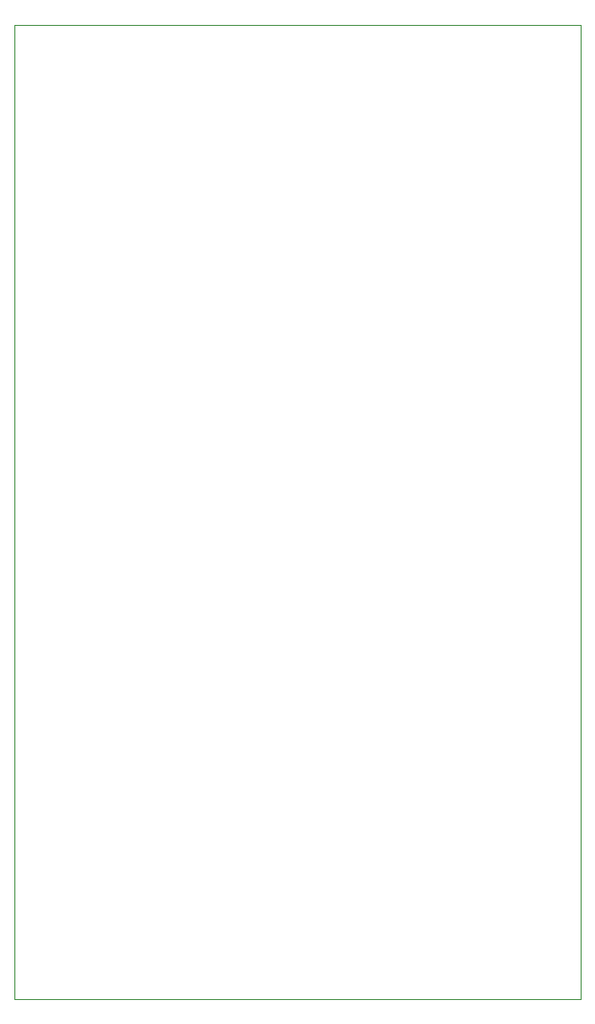
<source format=gbr>
%TF.GenerationSoftware,KiCad,Pcbnew,7.0.1*%
%TF.CreationDate,2023-04-12T13:42:13+09:00*%
%TF.ProjectId,KiCad,4b694361-642e-46b6-9963-61645f706362,rev?*%
%TF.SameCoordinates,PX7270e00PY8b3c880*%
%TF.FileFunction,Profile,NP*%
%FSLAX46Y46*%
G04 Gerber Fmt 4.6, Leading zero omitted, Abs format (unit mm)*
G04 Created by KiCad (PCBNEW 7.0.1) date 2023-04-12 13:42:13*
%MOMM*%
%LPD*%
G01*
G04 APERTURE LIST*
%TA.AperFunction,Profile*%
%ADD10C,0.100000*%
%TD*%
G04 APERTURE END LIST*
D10*
X0Y86000000D02*
X50000000Y86000000D01*
X50000000Y0D01*
X0Y0D01*
X0Y86000000D01*
M02*

</source>
